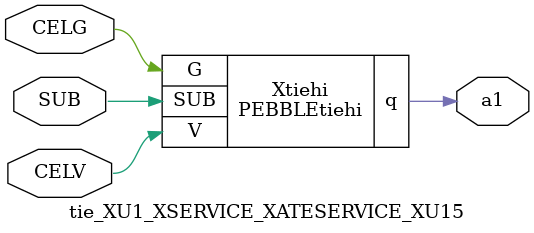
<source format=v>



module PEBBLEtiehi ( q, G, SUB, V );

  input V;
  output q;
  input G;
  input SUB;
endmodule

//Celera Confidential Do Not Copy tie_XU1_XSERVICE_XATESERVICE_XU15
//Celera Confidential Symbol Generator
//TIE
module tie_XU1_XSERVICE_XATESERVICE_XU15 (CELV,CELG,a1,SUB);
input CELV;
input CELG;
output a1;
input SUB;

//Celera Confidential Do Not Copy tie
PEBBLEtiehi Xtiehi(
.V (CELV),
.q (a1),
.SUB (SUB),
.G (CELG)
);
//,diesize,PEBBLEtiehi

//Celera Confidential Do Not Copy Module End
//Celera Schematic Generator
endmodule

</source>
